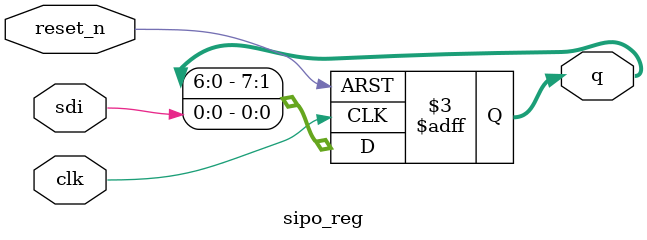
<source format=v>
module sipo_reg(
	input reset_n,
	input clk,
    input sdi,
	output reg [7:0] q
    );
	always @(posedge clk or negedge reset_n) begin
	    if (!reset_n)
		    q <= 8'b0;
	    else
		    q[7:0] <= {q[6:0], sdi};
	end
endmodule

</source>
